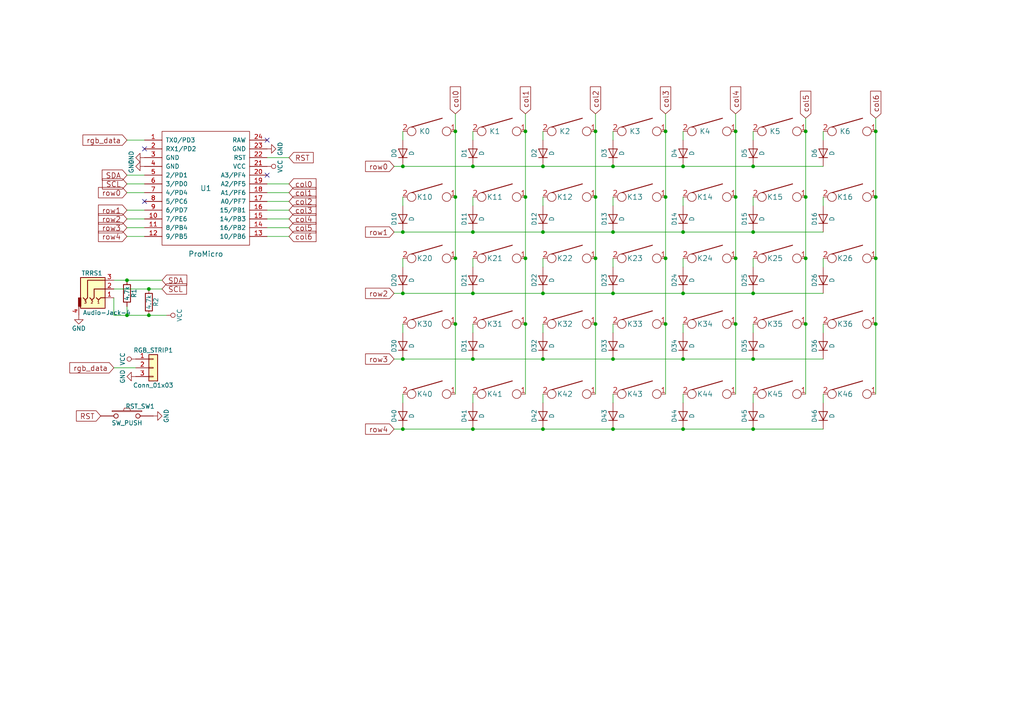
<source format=kicad_sch>
(kicad_sch (version 20230121) (generator eeschema)
  (paper "A4")
  (title_block (title "Redox keyboard") (date "2018-05-05") (rev "1.0") (comment 1 "designed by Mattia Dal Ben") (comment 2 "https://github.com/mattdibi/redox-keyboard"))
  (lib_symbols
    (symbol "redox_rev1-rescue:Audio-Jack-4" (pin_names (offset 1.016))
      (property "Reference" "J" (at -1.27 2.032 0))
      (property "Value" "Audio-Jack-4" (at 3.048 -9.398 0))
      (symbol "Audio-Jack-4_0_0"
        (rectangle (start -4.572 -8.128) (end 2.54 0.762) (stroke (width 0.254)) (fill (type background)))
        (text "1" (at 0.635 -6.35 0) (effects (font (size 0.762 0.762))))
        (text "2" (at -1.27 -6.35 0) (effects (font (size 0.762 0.762))))
        (text "3" (at -3.175 -6.35 0) (effects (font (size 0.762 0.762))))
      )
      (symbol "Audio-Jack-4_0_1"
        (rectangle (start -4.445 -7.62) (end -5.207 -5.08) (fill (type outline)))
        (polyline (pts (xy 0 -5.08) (xy 0.635 -5.715) (xy 1.27 -5.08) (xy 2.54 -5.08)) (stroke (width 0.254)))
        (polyline (pts (xy -1.905 -5.08) (xy -1.27 -5.715) (xy -0.635 -5.08) (xy -0.635 -2.54) (xy 2.54 -2.54)) (stroke (width 0.254)))
        (polyline (pts (xy 2.54 0) (xy -2.54 0) (xy -2.54 -5.08) (xy -3.175 -5.715) (xy -3.81 -5.08)) (stroke (width 0.254)))
      )
      (symbol "Audio-Jack-4_1_1"
        (pin passive line (at 5.08 -5.08 180) (length 2.54) (name "~") (number "1"))
        (pin passive line (at 5.08 -2.54 180) (length 2.54) (name "~") (number "2"))
        (pin passive line (at 5.08 0 180) (length 2.54) (name "~") (number "3"))
        (pin passive line (at -5.08 -10.16 90) (length 2.54) (name "~") (number "4"))
      )
    )
    (symbol "redox_rev1-rescue:Conn_01x03" (pin_names (offset 1.016) hide)
      (property "Reference" "J" (at 0 5.08 0))
      (property "Value" "Conn_01x03" (at 0 -5.08 0))
      (symbol "Conn_01x03_1_1"
        (rectangle (start -1.27 -2.413) (end 0 -2.667) (stroke (width 0.1524)))
        (rectangle (start -1.27 0.127) (end 0 -0.127) (stroke (width 0.1524)))
        (rectangle (start -1.27 2.667) (end 0 2.413) (stroke (width 0.1524)))
        (rectangle (start -1.27 3.81) (end 1.27 -3.81) (stroke (width 0.254)) (fill (type background)))
        (pin passive line (at -5.08 2.54 0) (length 3.81) (name "Pin_1") (number "1"))
        (pin passive line (at -5.08 0 0) (length 3.81) (name "Pin_2") (number "2"))
        (pin passive line (at -5.08 -2.54 0) (length 3.81) (name "Pin_3") (number "3"))
      )
    )
    (symbol "redox_rev1-rescue:D" (pin_numbers hide) (pin_names (offset 1.016) hide)
      (property "Reference" "D" (at 0 2.54 0))
      (property "Value" "D" (at 0 -2.54 0))
      (symbol "D_0_1"
        (polyline (pts (xy -1.27 1.27) (xy -1.27 -1.27)) (stroke (width 0.2032)))
        (polyline (pts (xy 1.27 0) (xy -1.27 0)))
        (polyline (pts (xy 1.27 1.27) (xy 1.27 -1.27) (xy -1.27 0) (xy 1.27 1.27)) (stroke (width 0.2032)))
      )
      (symbol "D_1_1"
        (pin passive line (at -3.81 0 0) (length 2.54) (name "K") (number "1"))
        (pin passive line (at 3.81 0 180) (length 2.54) (name "A") (number "2"))
      )
    )
    (symbol "redox_rev1-rescue:GND" (power) (pin_names (offset 0))
      (property "Value" "GND" (at 0 -3.81 0))
      (symbol "GND_0_1"
        (polyline (pts (xy 0 0) (xy 0 -1.27) (xy 1.27 -1.27) (xy 0 -2.54) (xy -1.27 -1.27) (xy 0 -1.27)))
      )
      (symbol "GND_1_1"
        (pin power_in line (at 0 0 270) (length 0) hide (name "GND") (number "1"))
      )
    )
    (symbol "redox_rev1-rescue:KEYSW" (pin_names (offset 1.016))
      (property "Reference" "K?" (at -1.27 0 0))
      (symbol "KEYSW_0_1"
        (circle (center -5.08 0) (radius 1.27))
        (polyline (pts (xy -5.08 1.27) (xy 3.81 3.81)) (stroke (width 0.254)))
        (circle (center 5.08 0) (radius 1.27))
      )
      (symbol "KEYSW_1_1"
        (pin passive line (at 7.62 0 180) (length 1.27) (name "~") (number "1"))
        (pin passive line (at -7.62 0 0) (length 1.27) (name "~") (number "2"))
      )
    )
    (symbol "redox_rev1-rescue:ProMicro" (pin_names (offset 1.016))
      (property "Reference" "U" (at 0 0 0))
      (property "Value" "ProMicro" (at 0 -19.05 0))
      (symbol "ProMicro_0_1"
        (rectangle (start -12.7 -16.51) (end 12.7 16.51))
      )
      (symbol "ProMicro_1_1"
        (pin input line (at -17.78 13.97 0) (length 5.08) (name "TX0/PD3") (number "1"))
        (pin input line (at -17.78 -8.89 0) (length 5.08) (name "7/PE6") (number "10"))
        (pin input line (at -17.78 -11.43 0) (length 5.08) (name "8/PB4") (number "11"))
        (pin input line (at -17.78 -13.97 0) (length 5.08) (name "9/PB5") (number "12"))
        (pin input line (at 17.78 -13.97 180) (length 5.08) (name "10/PB6") (number "13"))
        (pin input line (at 17.78 -11.43 180) (length 5.08) (name "16/PB2") (number "14"))
        (pin input line (at 17.78 -8.89 180) (length 5.08) (name "14/PB3") (number "15"))
        (pin input line (at 17.78 -6.35 180) (length 5.08) (name "15/PB1") (number "16"))
        (pin input line (at 17.78 -3.81 180) (length 5.08) (name "A0/PF7") (number "17"))
        (pin input line (at 17.78 -1.27 180) (length 5.08) (name "A1/PF6") (number "18"))
        (pin input line (at 17.78 1.27 180) (length 5.08) (name "A2/PF5") (number "19"))
        (pin input line (at -17.78 11.43 0) (length 5.08) (name "RX1/PD2") (number "2"))
        (pin input line (at 17.78 3.81 180) (length 5.08) (name "A3/PF4") (number "20"))
        (pin input line (at 17.78 6.35 180) (length 5.08) (name "VCC") (number "21"))
        (pin input line (at 17.78 8.89 180) (length 5.08) (name "RST") (number "22"))
        (pin input line (at 17.78 11.43 180) (length 5.08) (name "GND") (number "23"))
        (pin input line (at 17.78 13.97 180) (length 5.08) (name "RAW") (number "24"))
        (pin input line (at -17.78 8.89 0) (length 5.08) (name "GND") (number "3"))
        (pin input line (at -17.78 6.35 0) (length 5.08) (name "GND") (number "4"))
        (pin input line (at -17.78 3.81 0) (length 5.08) (name "2/PD1") (number "5"))
        (pin input line (at -17.78 1.27 0) (length 5.08) (name "3/PD0") (number "6"))
        (pin input line (at -17.78 -1.27 0) (length 5.08) (name "4/PD4") (number "7"))
        (pin input line (at -17.78 -3.81 0) (length 5.08) (name "5/PC6") (number "8"))
        (pin input line (at -17.78 -6.35 0) (length 5.08) (name "6/PD7") (number "9"))
      )
    )
    (symbol "redox_rev1-rescue:R" (pin_numbers hide) (pin_names (offset 0))
      (property "Reference" "R" (at 2.032 0 90))
      (property "Value" "R" (at 0 0 90))
      (symbol "R_0_1"
        (rectangle (start -1.016 -2.54) (end 1.016 2.54) (stroke (width 0.254)))
      )
      (symbol "R_1_1"
        (pin passive line (at 0 3.81 270) (length 1.27) (name "~") (number "1"))
        (pin passive line (at 0 -3.81 90) (length 1.27) (name "~") (number "2"))
      )
    )
    (symbol "redox_rev1-rescue:SW_PUSH" (pin_numbers hide) (pin_names (offset 1.016) hide)
      (property "Reference" "SW" (at 3.81 2.794 0))
      (property "Value" "SW_PUSH" (at 0 -2.032 0))
      (symbol "SW_PUSH_0_1"
        (rectangle (start -4.318 1.27) (end 4.318 1.524))
        (polyline (pts (xy -1.016 1.524) (xy -0.762 2.286) (xy 0.762 2.286) (xy 1.016 1.524)))
        (pin passive inverted (at -7.62 0 0) (length 5.08) (name "1") (number "1"))
        (pin passive inverted (at 7.62 0 180) (length 5.08) (name "2") (number "2"))
      )
    )
    (symbol "redox_rev1-rescue:VCC" (power) (pin_names (offset 0))
      (property "Value" "VCC" (at 0 3.81 0))
      (symbol "VCC_0_1"
        (polyline (pts (xy 0 0) (xy 0 1.27)))
        (circle (center 0 1.905) (radius 0.635))
      )
      (symbol "VCC_1_1"
        (pin power_in line (at 0 0 90) (length 0) hide (name "VCC") (number "1"))
      )
    )
  )
  (junction (at 198.12 67.31))
  (junction (at 157.48 48.26))
  (junction (at 218.44 104.14))
  (junction (at 43.18 91.44))
  (junction (at 43.18 83.82))
  (junction (at 152.4 38.1))
  (junction (at 177.8 85.09))
  (junction (at 218.44 124.46))
  (junction (at 116.84 85.09))
  (junction (at 254 93.98))
  (junction (at 172.72 57.15))
  (junction (at 198.12 85.09))
  (junction (at 116.84 124.46))
  (junction (at 157.48 104.14))
  (junction (at 213.36 57.15))
  (junction (at 36.83 81.28))
  (junction (at 233.68 93.98))
  (junction (at 132.08 38.1))
  (junction (at 132.08 93.98))
  (junction (at 137.16 124.46))
  (junction (at 157.48 124.46))
  (junction (at 157.48 85.09))
  (junction (at 177.8 67.31))
  (junction (at 218.44 67.31))
  (junction (at 193.04 57.15))
  (junction (at 132.08 57.15))
  (junction (at 152.4 93.98))
  (junction (at 213.36 93.98))
  (junction (at 137.16 104.14))
  (junction (at 36.83 91.44))
  (junction (at 198.12 48.26))
  (junction (at 233.68 74.93))
  (junction (at 172.72 74.93))
  (junction (at 193.04 38.1))
  (junction (at 213.36 74.93))
  (junction (at 198.12 124.46))
  (junction (at 132.08 74.93))
  (junction (at 233.68 38.1))
  (junction (at 213.36 38.1))
  (junction (at 116.84 67.31))
  (junction (at 137.16 48.26))
  (junction (at 198.12 104.14))
  (junction (at 177.8 48.26))
  (junction (at 193.04 93.98))
  (junction (at 172.72 38.1))
  (junction (at 137.16 67.31))
  (junction (at 177.8 104.14))
  (junction (at 254 74.93))
  (junction (at 152.4 74.93))
  (junction (at 193.04 74.93))
  (junction (at 116.84 104.14))
  (junction (at 233.68 57.15))
  (junction (at 177.8 124.46))
  (junction (at 218.44 48.26))
  (junction (at 172.72 93.98))
  (junction (at 116.84 48.26))
  (junction (at 152.4 57.15))
  (junction (at 218.44 85.09))
  (junction (at 157.48 67.31))
  (junction (at 254 38.1))
  (junction (at 137.16 85.09))
  (junction (at 254 57.15))
  (no_connect (at 41.91 58.42))
  (no_connect (at 77.47 50.8))
  (no_connect (at 77.47 40.64))
  (no_connect (at 41.91 43.18))
  (wire (pts (xy 152.4 57.15) (xy 152.4 74.93)))
  (wire (pts (xy 77.47 53.34) (xy 83.82 53.34)))
  (wire (pts (xy 218.44 124.46) (xy 238.76 124.46)))
  (wire (pts (xy 218.44 67.31) (xy 238.76 67.31)))
  (wire (pts (xy 77.47 58.42) (xy 83.82 58.42)))
  (wire (pts (xy 172.72 38.1) (xy 172.72 57.15)))
  (wire (pts (xy 116.84 93.98) (xy 116.84 96.52)))
  (wire (pts (xy 218.44 38.1) (xy 218.44 40.64)))
  (wire (pts (xy 77.47 60.96) (xy 83.82 60.96)))
  (wire (pts (xy 254 93.98) (xy 254 114.3)))
  (wire (pts (xy 157.48 38.1) (xy 157.48 40.64)))
  (wire (pts (xy 218.44 104.14) (xy 238.76 104.14)))
  (wire (pts (xy 213.36 74.93) (xy 213.36 93.98)))
  (wire (pts (xy 193.04 93.98) (xy 193.04 114.3)))
  (wire (pts (xy 36.83 55.88) (xy 41.91 55.88)))
  (wire (pts (xy 116.84 114.3) (xy 116.84 116.84)))
  (wire (pts (xy 238.76 57.15) (xy 238.76 59.69)))
  (wire (pts (xy 132.08 57.15) (xy 132.08 74.93)))
  (wire (pts (xy 198.12 114.3) (xy 198.12 116.84)))
  (wire (pts (xy 36.83 88.9) (xy 36.83 91.44)))
  (wire (pts (xy 254 74.93) (xy 254 93.98)))
  (wire (pts (xy 198.12 124.46) (xy 218.44 124.46)))
  (wire (pts (xy 177.8 93.98) (xy 177.8 96.52)))
  (wire (pts (xy 43.18 91.44) (xy 48.26 91.44)))
  (wire (pts (xy 233.68 34.29) (xy 233.68 38.1)))
  (wire (pts (xy 157.48 93.98) (xy 157.48 96.52)))
  (wire (pts (xy 172.72 74.93) (xy 172.72 93.98)))
  (wire (pts (xy 238.76 38.1) (xy 238.76 40.64)))
  (wire (pts (xy 213.36 38.1) (xy 213.36 57.15)))
  (wire (pts (xy 213.36 33.02) (xy 213.36 38.1)))
  (wire (pts (xy 137.16 104.14) (xy 157.48 104.14)))
  (wire (pts (xy 116.84 67.31) (xy 137.16 67.31)))
  (wire (pts (xy 33.02 83.82) (xy 43.18 83.82)))
  (wire (pts (xy 137.16 57.15) (xy 137.16 59.69)))
  (wire (pts (xy 43.18 83.82) (xy 46.99 83.82)))
  (wire (pts (xy 152.4 93.98) (xy 152.4 114.3)))
  (wire (pts (xy 33.02 106.68) (xy 39.37 106.68)))
  (wire (pts (xy 193.04 33.02) (xy 193.04 38.1)))
  (wire (pts (xy 132.08 74.93) (xy 132.08 93.98)))
  (wire (pts (xy 172.72 33.02) (xy 172.72 38.1)))
  (wire (pts (xy 137.16 124.46) (xy 157.48 124.46)))
  (wire (pts (xy 137.16 93.98) (xy 137.16 96.52)))
  (wire (pts (xy 77.47 66.04) (xy 83.82 66.04)))
  (wire (pts (xy 254 38.1) (xy 254 57.15)))
  (wire (pts (xy 77.47 45.72) (xy 83.82 45.72)))
  (wire (pts (xy 36.83 60.96) (xy 41.91 60.96)))
  (wire (pts (xy 172.72 57.15) (xy 172.72 74.93)))
  (wire (pts (xy 36.83 66.04) (xy 41.91 66.04)))
  (wire (pts (xy 77.47 68.58) (xy 83.82 68.58)))
  (wire (pts (xy 116.84 48.26) (xy 137.16 48.26)))
  (wire (pts (xy 157.48 74.93) (xy 157.48 77.47)))
  (wire (pts (xy 218.44 48.26) (xy 238.76 48.26)))
  (wire (pts (xy 218.44 57.15) (xy 218.44 59.69)))
  (wire (pts (xy 116.84 57.15) (xy 116.84 59.69)))
  (wire (pts (xy 33.02 86.36) (xy 33.02 91.44)))
  (wire (pts (xy 177.8 67.31) (xy 198.12 67.31)))
  (wire (pts (xy 172.72 93.98) (xy 172.72 114.3)))
  (wire (pts (xy 157.48 48.26) (xy 177.8 48.26)))
  (wire (pts (xy 157.48 124.46) (xy 177.8 124.46)))
  (wire (pts (xy 137.16 38.1) (xy 137.16 40.64)))
  (wire (pts (xy 177.8 57.15) (xy 177.8 59.69)))
  (wire (pts (xy 198.12 67.31) (xy 218.44 67.31)))
  (wire (pts (xy 177.8 104.14) (xy 198.12 104.14)))
  (wire (pts (xy 116.84 104.14) (xy 137.16 104.14)))
  (wire (pts (xy 116.84 74.93) (xy 116.84 77.47)))
  (wire (pts (xy 152.4 38.1) (xy 152.4 57.15)))
  (wire (pts (xy 198.12 93.98) (xy 198.12 96.52)))
  (wire (pts (xy 177.8 74.93) (xy 177.8 77.47)))
  (wire (pts (xy 157.48 67.31) (xy 177.8 67.31)))
  (wire (pts (xy 193.04 74.93) (xy 193.04 93.98)))
  (wire (pts (xy 218.44 74.93) (xy 218.44 77.47)))
  (wire (pts (xy 36.83 68.58) (xy 41.91 68.58)))
  (wire (pts (xy 233.68 74.93) (xy 233.68 93.98)))
  (wire (pts (xy 36.83 53.34) (xy 41.91 53.34)))
  (wire (pts (xy 233.68 38.1) (xy 233.68 57.15)))
  (wire (pts (xy 198.12 48.26) (xy 218.44 48.26)))
  (wire (pts (xy 157.48 85.09) (xy 177.8 85.09)))
  (wire (pts (xy 238.76 93.98) (xy 238.76 96.52)))
  (wire (pts (xy 233.68 93.98) (xy 233.68 114.3)))
  (wire (pts (xy 116.84 85.09) (xy 137.16 85.09)))
  (wire (pts (xy 77.47 55.88) (xy 83.82 55.88)))
  (wire (pts (xy 36.83 63.5) (xy 41.91 63.5)))
  (wire (pts (xy 152.4 33.02) (xy 152.4 38.1)))
  (wire (pts (xy 36.83 40.64) (xy 41.91 40.64)))
  (wire (pts (xy 137.16 114.3) (xy 137.16 116.84)))
  (wire (pts (xy 238.76 74.93) (xy 238.76 77.47)))
  (wire (pts (xy 33.02 91.44) (xy 36.83 91.44)))
  (wire (pts (xy 198.12 38.1) (xy 198.12 40.64)))
  (wire (pts (xy 116.84 38.1) (xy 116.84 40.64)))
  (wire (pts (xy 137.16 85.09) (xy 157.48 85.09)))
  (wire (pts (xy 116.84 124.46) (xy 137.16 124.46)))
  (wire (pts (xy 198.12 104.14) (xy 218.44 104.14)))
  (wire (pts (xy 198.12 74.93) (xy 198.12 77.47)))
  (wire (pts (xy 152.4 74.93) (xy 152.4 93.98)))
  (wire (pts (xy 137.16 67.31) (xy 157.48 67.31)))
  (wire (pts (xy 218.44 93.98) (xy 218.44 96.52)))
  (wire (pts (xy 254 34.29) (xy 254 38.1)))
  (wire (pts (xy 157.48 57.15) (xy 157.48 59.69)))
  (wire (pts (xy 254 57.15) (xy 254 74.93)))
  (wire (pts (xy 157.48 114.3) (xy 157.48 116.84)))
  (wire (pts (xy 132.08 33.02) (xy 132.08 38.1)))
  (wire (pts (xy 233.68 57.15) (xy 233.68 74.93)))
  (wire (pts (xy 177.8 48.26) (xy 198.12 48.26)))
  (wire (pts (xy 213.36 93.98) (xy 213.36 114.3)))
  (wire (pts (xy 177.8 38.1) (xy 177.8 40.64)))
  (wire (pts (xy 132.08 38.1) (xy 132.08 57.15)))
  (wire (pts (xy 132.08 93.98) (xy 132.08 114.3)))
  (wire (pts (xy 193.04 38.1) (xy 193.04 57.15)))
  (wire (pts (xy 177.8 114.3) (xy 177.8 116.84)))
  (wire (pts (xy 218.44 114.3) (xy 218.44 116.84)))
  (wire (pts (xy 77.47 63.5) (xy 83.82 63.5)))
  (wire (pts (xy 157.48 104.14) (xy 177.8 104.14)))
  (wire (pts (xy 36.83 50.8) (xy 41.91 50.8)))
  (wire (pts (xy 137.16 48.26) (xy 157.48 48.26)))
  (wire (pts (xy 177.8 85.09) (xy 198.12 85.09)))
  (wire (pts (xy 218.44 85.09) (xy 238.76 85.09)))
  (wire (pts (xy 213.36 57.15) (xy 213.36 74.93)))
  (wire (pts (xy 114.3 85.09) (xy 116.84 85.09)))
  (wire (pts (xy 114.3 48.26) (xy 116.84 48.26)))
  (wire (pts (xy 33.02 81.28) (xy 36.83 81.28)))
  (wire (pts (xy 114.3 124.46) (xy 116.84 124.46)))
  (wire (pts (xy 238.76 114.3) (xy 238.76 116.84)))
  (wire (pts (xy 177.8 124.46) (xy 198.12 124.46)))
  (wire (pts (xy 193.04 57.15) (xy 193.04 74.93)))
  (wire (pts (xy 137.16 74.93) (xy 137.16 77.47)))
  (wire (pts (xy 36.83 81.28) (xy 46.99 81.28)))
  (wire (pts (xy 36.83 91.44) (xy 43.18 91.44)))
  (wire (pts (xy 198.12 85.09) (xy 218.44 85.09)))
  (wire (pts (xy 198.12 57.15) (xy 198.12 59.69)))
  (wire (pts (xy 114.3 104.14) (xy 116.84 104.14)))
  (wire (pts (xy 114.3 67.31) (xy 116.84 67.31)))
  (global_label "col2" (shape input) (at 172.72 33.02 90) (effects (font (size 1.524 1.524))) (property "Intersheetrefs" "${INTERSHEET_REFS}" (effects hide)))
  (global_label "row4" (shape input) (at 36.83 68.58 180) (effects (font (size 1.524 1.524))) (property "Intersheetrefs" "${INTERSHEET_REFS}" (effects hide)))
  (global_label "row1" (shape input) (at 114.3 67.31 180) (effects (font (size 1.524 1.524))) (property "Intersheetrefs" "${INTERSHEET_REFS}" (effects hide)))
  (global_label "row4" (shape input) (at 114.3 124.46 180) (effects (font (size 1.524 1.524))) (property "Intersheetrefs" "${INTERSHEET_REFS}" (effects hide)))
  (global_label "col0" (shape input) (at 132.08 33.02 90) (effects (font (size 1.524 1.524))) (property "Intersheetrefs" "${INTERSHEET_REFS}" (effects hide)))
  (global_label "SCL" (shape input) (at 46.99 83.82 0) (effects (font (size 1.524 1.524))) (property "Intersheetrefs" "${INTERSHEET_REFS}" (effects hide)))
  (global_label "col5" (shape input) (at 83.82 66.04 0) (effects (font (size 1.524 1.524))) (property "Intersheetrefs" "${INTERSHEET_REFS}" (effects hide)))
  (global_label "row3" (shape input) (at 114.3 104.14 180) (effects (font (size 1.524 1.524))) (property "Intersheetrefs" "${INTERSHEET_REFS}" (effects hide)))
  (global_label "row2" (shape input) (at 36.83 63.5 180) (effects (font (size 1.524 1.524))) (property "Intersheetrefs" "${INTERSHEET_REFS}" (effects hide)))
  (global_label "RST" (shape input) (at 29.21 120.65 180) (effects (font (size 1.524 1.524))) (property "Intersheetrefs" "${INTERSHEET_REFS}" (effects hide)))
  (global_label "col1" (shape input) (at 152.4 33.02 90) (effects (font (size 1.524 1.524))) (property "Intersheetrefs" "${INTERSHEET_REFS}" (effects hide)))
  (global_label "col3" (shape input) (at 83.82 60.96 0) (effects (font (size 1.524 1.524))) (property "Intersheetrefs" "${INTERSHEET_REFS}" (effects hide)))
  (global_label "rgb_data" (shape input) (at 36.83 40.64 180) (effects (font (size 1.524 1.524))) (property "Intersheetrefs" "${INTERSHEET_REFS}" (effects hide)))
  (global_label "SCL" (shape input) (at 36.83 53.34 180) (effects (font (size 1.524 1.524))) (property "Intersheetrefs" "${INTERSHEET_REFS}" (effects hide)))
  (global_label "row1" (shape input) (at 36.83 60.96 180) (effects (font (size 1.524 1.524))) (property "Intersheetrefs" "${INTERSHEET_REFS}" (effects hide)))
  (global_label "col5" (shape input) (at 233.68 34.29 90) (effects (font (size 1.524 1.524))) (property "Intersheetrefs" "${INTERSHEET_REFS}" (effects hide)))
  (global_label "SDA" (shape input) (at 36.83 50.8 180) (effects (font (size 1.524 1.524))) (property "Intersheetrefs" "${INTERSHEET_REFS}" (effects hide)))
  (global_label "col6" (shape input) (at 83.82 68.58 0) (effects (font (size 1.524 1.524))) (property "Intersheetrefs" "${INTERSHEET_REFS}" (effects hide)))
  (global_label "rgb_data" (shape input) (at 33.02 106.68 180) (effects (font (size 1.524 1.524))) (property "Intersheetrefs" "${INTERSHEET_REFS}" (effects hide)))
  (global_label "col4" (shape input) (at 83.82 63.5 0) (effects (font (size 1.524 1.524))) (property "Intersheetrefs" "${INTERSHEET_REFS}" (effects hide)))
  (global_label "row0" (shape input) (at 36.83 55.88 180) (effects (font (size 1.524 1.524))) (property "Intersheetrefs" "${INTERSHEET_REFS}" (effects hide)))
  (global_label "col1" (shape input) (at 83.82 55.88 0) (effects (font (size 1.524 1.524))) (property "Intersheetrefs" "${INTERSHEET_REFS}" (effects hide)))
  (global_label "col3" (shape input) (at 193.04 33.02 90) (effects (font (size 1.524 1.524))) (property "Intersheetrefs" "${INTERSHEET_REFS}" (effects hide)))
  (global_label "row3" (shape input) (at 36.83 66.04 180) (effects (font (size 1.524 1.524))) (property "Intersheetrefs" "${INTERSHEET_REFS}" (effects hide)))
  (global_label "col6" (shape input) (at 254 34.29 90) (effects (font (size 1.524 1.524))) (property "Intersheetrefs" "${INTERSHEET_REFS}" (effects hide)))
  (global_label "row0" (shape input) (at 114.3 48.26 180) (effects (font (size 1.524 1.524))) (property "Intersheetrefs" "${INTERSHEET_REFS}" (effects hide)))
  (global_label "col2" (shape input) (at 83.82 58.42 0) (effects (font (size 1.524 1.524))) (property "Intersheetrefs" "${INTERSHEET_REFS}" (effects hide)))
  (global_label "row2" (shape input) (at 114.3 85.09 180) (effects (font (size 1.524 1.524))) (property "Intersheetrefs" "${INTERSHEET_REFS}" (effects hide)))
  (global_label "RST" (shape input) (at 83.82 45.72 0) (effects (font (size 1.524 1.524))) (property "Intersheetrefs" "${INTERSHEET_REFS}" (effects hide)))
  (global_label "col0" (shape input) (at 83.82 53.34 0) (effects (font (size 1.524 1.524))) (property "Intersheetrefs" "${INTERSHEET_REFS}" (effects hide)))
  (global_label "col4" (shape input) (at 213.36 33.02 90) (effects (font (size 1.524 1.524))) (property "Intersheetrefs" "${INTERSHEET_REFS}" (effects hide)))
  (global_label "SDA" (shape input) (at 46.99 81.28 0) (effects (font (size 1.524 1.524))) (property "Intersheetrefs" "${INTERSHEET_REFS}" (effects hide)))
  (symbol (lib_id "redox_rev1-rescue:ProMicro") (at 59.69 54.61 0) (unit 1)
    (property "Reference" "U1" (at 59.69 54.61 0) (effects (font (size 1.524 1.524))))
    (property "Value" "ProMicro" (at 59.69 73.66 0) (effects (font (size 1.524 1.524))))
    (property "Footprint" "Keebio-Parts:ArduinoProMicro" (effects hide))
  )
  (symbol (lib_id "redox_rev1-rescue:Audio-Jack-4") (at 27.94 81.28 0) (unit 1)
    (property "Reference" "TRRS1" (at 26.67 79.248 0))
    (property "Value" "Audio-Jack-4" (at 30.988 90.678 0))
    (property "Footprint" "Keebio-Parts:TRRS-PJ-320A-dual" (effects hide))
  )
  (symbol (lib_id "redox_rev1-rescue:Conn_01x03") (at 44.45 106.68 0) (unit 1)
    (property "Reference" "RGB_STRIP1" (at 44.45 101.6 0))
    (property "Value" "Conn_01x03" (at 44.45 111.76 0))
    (property "Footprint" "Pin_Headers:Pin_Header_Straight_1x03_Pitch2.54mm" (effects hide))
  )
  (symbol (lib_id "redox_rev1-rescue:SW_PUSH") (at 36.83 120.65 0) (unit 1)
    (property "Reference" "RST_SW1" (at 40.64 117.856 0))
    (property "Value" "SW_PUSH" (at 36.83 122.682 0))
    (property "Footprint" "Buttons_Switches_ThroughHole:SW_PUSH_6mm_h4.3mm" (effects hide))
  )
  (symbol (lib_id "redox_rev1-rescue:GND") (at 77.47 43.18 90) (unit 1)
    (property "Reference" "#PWR01" (effects hide))
    (property "Value" "GND" (at 81.28 43.18 0))
  )
  (symbol (lib_id "redox_rev1-rescue:VCC") (at 77.47 48.26 270) (unit 1)
    (property "Reference" "#PWR02" (effects hide))
    (property "Value" "VCC" (at 81.28 48.26 0))
  )
  (symbol (lib_id "redox_rev1-rescue:KEYSW") (at 124.46 38.1 0) (unit 1)
    (property "Reference" "K0" (at 123.19 38.1 0) (effects (font (size 1.524 1.524))))
    (property "Value" "KEYSW" (effects hide))
    (property "Footprint" "Keebio-Parts:Hybrid_PCB_100H_Dual_hole-nosilk" (effects hide))
  )
  (symbol (lib_id "redox_rev1-rescue:D") (at 116.84 44.45 90) (unit 1)
    (property "Reference" "D0" (at 114.3 44.45 0))
    (property "Value" "D" (at 119.38 44.45 0))
    (property "Footprint" "Keebio-Parts:Diode-dual" (effects hide))
  )
  (symbol (lib_id "redox_rev1-rescue:GND") (at 22.86 91.44 0) (unit 1)
    (property "Reference" "#PWR03" (effects hide))
    (property "Value" "GND" (at 22.86 95.25 0))
  )
  (symbol (lib_id "redox_rev1-rescue:GND") (at 39.37 109.22 270) (unit 1)
    (property "Reference" "#PWR04" (effects hide))
    (property "Value" "GND" (at 35.56 109.22 0))
  )
  (symbol (lib_id "redox_rev1-rescue:VCC") (at 39.37 104.14 90) (unit 1)
    (property "Reference" "#PWR05" (effects hide))
    (property "Value" "VCC" (at 35.56 104.14 0))
  )
  (symbol (lib_id "redox_rev1-rescue:GND") (at 44.45 120.65 90) (unit 1)
    (property "Reference" "#PWR06" (effects hide))
    (property "Value" "GND" (at 48.26 120.65 0))
  )
  (symbol (lib_id "redox_rev1-rescue:KEYSW") (at 144.78 38.1 0) (unit 1)
    (property "Reference" "K1" (at 143.51 38.1 0) (effects (font (size 1.524 1.524))))
    (property "Value" "KEYSW" (effects hide))
    (property "Footprint" "Keebio-Parts:Hybrid_PCB_100H_Dual_hole-nosilk" (effects hide))
  )
  (symbol (lib_id "redox_rev1-rescue:D") (at 137.16 44.45 90) (unit 1)
    (property "Reference" "D1" (at 134.62 44.45 0))
    (property "Value" "D" (at 139.7 44.45 0))
    (property "Footprint" "Keebio-Parts:Diode-dual" (effects hide))
  )
  (symbol (lib_id "redox_rev1-rescue:GND") (at 41.91 45.72 270) (unit 1)
    (property "Reference" "#PWR07" (effects hide))
    (property "Value" "GND" (at 38.1 45.72 0))
  )
  (symbol (lib_id "redox_rev1-rescue:GND") (at 41.91 48.26 270) (unit 1)
    (property "Reference" "#PWR08" (effects hide))
    (property "Value" "GND" (at 38.1 48.26 0))
  )
  (symbol (lib_id "redox_rev1-rescue:KEYSW") (at 165.1 38.1 0) (unit 1)
    (property "Reference" "K2" (at 163.83 38.1 0) (effects (font (size 1.524 1.524))))
    (property "Value" "KEYSW" (effects hide))
    (property "Footprint" "Keebio-Parts:Hybrid_PCB_100H_Dual_hole-nosilk" (effects hide))
  )
  (symbol (lib_id "redox_rev1-rescue:D") (at 157.48 44.45 90) (unit 1)
    (property "Reference" "D2" (at 154.94 44.45 0))
    (property "Value" "D" (at 160.02 44.45 0))
    (property "Footprint" "Keebio-Parts:Diode-dual" (effects hide))
  )
  (symbol (lib_id "redox_rev1-rescue:KEYSW") (at 185.42 38.1 0) (unit 1)
    (property "Reference" "K3" (at 184.15 38.1 0) (effects (font (size 1.524 1.524))))
    (property "Value" "KEYSW" (effects hide))
    (property "Footprint" "Keebio-Parts:Hybrid_PCB_100H_Dual_hole-nosilk" (effects hide))
  )
  (symbol (lib_id "redox_rev1-rescue:D") (at 177.8 44.45 90) (unit 1)
    (property "Reference" "D3" (at 175.26 44.45 0))
    (property "Value" "D" (at 180.34 44.45 0))
    (property "Footprint" "Keebio-Parts:Diode-dual" (effects hide))
  )
  (symbol (lib_id "redox_rev1-rescue:KEYSW") (at 205.74 38.1 0) (unit 1)
    (property "Reference" "K4" (at 204.47 38.1 0) (effects (font (size 1.524 1.524))))
    (property "Value" "KEYSW" (effects hide))
    (property "Footprint" "Keebio-Parts:Hybrid_PCB_100H_Dual_hole-nosilk" (effects hide))
  )
  (symbol (lib_id "redox_rev1-rescue:D") (at 198.12 44.45 90) (unit 1)
    (property "Reference" "D4" (at 195.58 44.45 0))
    (property "Value" "D" (at 200.66 44.45 0))
    (property "Footprint" "Keebio-Parts:Diode-dual" (effects hide))
  )
  (symbol (lib_id "redox_rev1-rescue:KEYSW") (at 226.06 38.1 0) (unit 1)
    (property "Reference" "K5" (at 224.79 38.1 0) (effects (font (size 1.524 1.524))))
    (property "Value" "KEYSW" (effects hide))
    (property "Footprint" "Keebio-Parts:Hybrid_PCB_100H_Dual_hole-nosilk" (effects hide))
  )
  (symbol (lib_id "redox_rev1-rescue:D") (at 218.44 44.45 90) (unit 1)
    (property "Reference" "D5" (at 215.9 44.45 0))
    (property "Value" "D" (at 220.98 44.45 0))
    (property "Footprint" "Keebio-Parts:Diode-dual" (effects hide))
  )
  (symbol (lib_id "redox_rev1-rescue:KEYSW") (at 246.38 38.1 0) (unit 1)
    (property "Reference" "K6" (at 245.11 38.1 0) (effects (font (size 1.524 1.524))))
    (property "Value" "KEYSW" (effects hide))
    (property "Footprint" "Keebio-Parts:Hybrid_PCB_100H_Dual_hole-nosilk" (effects hide))
  )
  (symbol (lib_id "redox_rev1-rescue:D") (at 238.76 44.45 90) (unit 1)
    (property "Reference" "D6" (at 236.22 44.45 0))
    (property "Value" "D" (at 241.3 44.45 0))
    (property "Footprint" "Keebio-Parts:Diode-dual" (effects hide))
  )
  (symbol (lib_id "redox_rev1-rescue:KEYSW") (at 124.46 57.15 0) (unit 1)
    (property "Reference" "K10" (at 123.19 57.15 0) (effects (font (size 1.524 1.524))))
    (property "Value" "KEYSW" (effects hide))
    (property "Footprint" "Keebio-Parts:Hybrid_PCB_100H_Dual_hole-nosilk" (effects hide))
  )
  (symbol (lib_id "redox_rev1-rescue:D") (at 116.84 63.5 90) (unit 1)
    (property "Reference" "D10" (at 114.3 63.5 0))
    (property "Value" "D" (at 119.38 63.5 0))
    (property "Footprint" "Keebio-Parts:Diode-dual" (effects hide))
  )
  (symbol (lib_id "redox_rev1-rescue:KEYSW") (at 144.78 57.15 0) (unit 1)
    (property "Reference" "K11" (at 143.51 57.15 0) (effects (font (size 1.524 1.524))))
    (property "Value" "KEYSW" (effects hide))
    (property "Footprint" "Keebio-Parts:Hybrid_PCB_100H_Dual_hole-nosilk" (effects hide))
  )
  (symbol (lib_id "redox_rev1-rescue:D") (at 137.16 63.5 90) (unit 1)
    (property "Reference" "D11" (at 134.62 63.5 0))
    (property "Value" "D" (at 139.7 63.5 0))
    (property "Footprint" "Keebio-Parts:Diode-dual" (effects hide))
  )
  (symbol (lib_id "redox_rev1-rescue:KEYSW") (at 165.1 57.15 0) (unit 1)
    (property "Reference" "K12" (at 163.83 57.15 0) (effects (font (size 1.524 1.524))))
    (property "Value" "KEYSW" (effects hide))
    (property "Footprint" "Keebio-Parts:Hybrid_PCB_100H_Dual_hole-nosilk" (effects hide))
  )
  (symbol (lib_id "redox_rev1-rescue:D") (at 157.48 63.5 90) (unit 1)
    (property "Reference" "D12" (at 154.94 63.5 0))
    (property "Value" "D" (at 160.02 63.5 0))
    (property "Footprint" "Keebio-Parts:Diode-dual" (effects hide))
  )
  (symbol (lib_id "redox_rev1-rescue:KEYSW") (at 185.42 57.15 0) (unit 1)
    (property "Reference" "K13" (at 184.15 57.15 0) (effects (font (size 1.524 1.524))))
    (property "Value" "KEYSW" (effects hide))
    (property "Footprint" "Keebio-Parts:Hybrid_PCB_100H_Dual_hole-nosilk" (effects hide))
  )
  (symbol (lib_id "redox_rev1-rescue:D") (at 177.8 63.5 90) (unit 1)
    (property "Reference" "D13" (at 175.26 63.5 0))
    (property "Value" "D" (at 180.34 63.5 0))
    (property "Footprint" "Keebio-Parts:Diode-dual" (effects hide))
  )
  (symbol (lib_id "redox_rev1-rescue:KEYSW") (at 205.74 57.15 0) (unit 1)
    (property "Reference" "K14" (at 204.47 57.15 0) (effects (font (size 1.524 1.524))))
    (property "Value" "KEYSW" (effects hide))
    (property "Footprint" "Keebio-Parts:Hybrid_PCB_100H_Dual_hole-nosilk" (effects hide))
  )
  (symbol (lib_id "redox_rev1-rescue:D") (at 198.12 63.5 90) (unit 1)
    (property "Reference" "D14" (at 195.58 63.5 0))
    (property "Value" "D" (at 200.66 63.5 0))
    (property "Footprint" "Keebio-Parts:Diode-dual" (effects hide))
  )
  (symbol (lib_id "redox_rev1-rescue:KEYSW") (at 226.06 57.15 0) (unit 1)
    (property "Reference" "K15" (at 224.79 57.15 0) (effects (font (size 1.524 1.524))))
    (property "Value" "KEYSW" (effects hide))
    (property "Footprint" "Keebio-Parts:Hybrid_PCB_100H_Dual_hole-nosilk" (effects hide))
  )
  (symbol (lib_id "redox_rev1-rescue:D") (at 218.44 63.5 90) (unit 1)
    (property "Reference" "D15" (at 215.9 63.5 0))
    (property "Value" "D" (at 220.98 63.5 0))
    (property "Footprint" "Keebio-Parts:Diode-dual" (effects hide))
  )
  (symbol (lib_id "redox_rev1-rescue:KEYSW") (at 246.38 57.15 0) (unit 1)
    (property "Reference" "K16" (at 245.11 57.15 0) (effects (font (size 1.524 1.524))))
    (property "Value" "KEYSW" (effects hide))
    (property "Footprint" "Keebio-Parts:Hybrid_PCB_100H_Dual_hole-nosilk" (effects hide))
  )
  (symbol (lib_id "redox_rev1-rescue:D") (at 238.76 63.5 90) (unit 1)
    (property "Reference" "D16" (at 236.22 63.5 0))
    (property "Value" "D" (at 241.3 63.5 0))
    (property "Footprint" "Keebio-Parts:Diode-dual" (effects hide))
  )
  (symbol (lib_id "redox_rev1-rescue:R") (at 36.83 85.09 0) (unit 1)
    (property "Reference" "R1" (at 38.862 85.09 90))
    (property "Value" "4.7k" (at 36.83 85.09 90))
    (property "Footprint" "Keebio-Parts:Resistor-Compact" (effects hide))
  )
  (symbol (lib_id "redox_rev1-rescue:R") (at 43.18 87.63 0) (unit 1)
    (property "Reference" "R2" (at 45.212 87.63 90))
    (property "Value" "4.7k" (at 43.18 87.63 90))
    (property "Footprint" "Keebio-Parts:Resistor-Compact" (effects hide))
  )
  (symbol (lib_id "redox_rev1-rescue:KEYSW") (at 124.46 74.93 0) (unit 1)
    (property "Reference" "K20" (at 123.19 74.93 0) (effects (font (size 1.524 1.524))))
    (property "Value" "KEYSW" (effects hide))
    (property "Footprint" "Keebio-Parts:Hybrid_PCB_100H_Dual_hole-nosilk" (effects hide))
  )
  (symbol (lib_id "redox_rev1-rescue:D") (at 116.84 81.28 90) (unit 1)
    (property "Reference" "D20" (at 114.3 81.28 0))
    (property "Value" "D" (at 119.38 81.28 0))
    (property "Footprint" "Keebio-Parts:Diode-dual" (effects hide))
  )
  (symbol (lib_id "redox_rev1-rescue:KEYSW") (at 144.78 74.93 0) (unit 1)
    (property "Reference" "K21" (at 143.51 74.93 0) (effects (font (size 1.524 1.524))))
    (property "Value" "KEYSW" (effects hide))
    (property "Footprint" "Keebio-Parts:Hybrid_PCB_100H_Dual_hole-nosilk" (effects hide))
  )
  (symbol (lib_id "redox_rev1-rescue:D") (at 137.16 81.28 90) (unit 1)
    (property "Reference" "D21" (at 134.62 81.28 0))
    (property "Value" "D" (at 139.7 81.28 0))
    (property "Footprint" "Keebio-Parts:Diode-dual" (effects hide))
  )
  (symbol (lib_id "redox_rev1-rescue:KEYSW") (at 165.1 74.93 0) (unit 1)
    (property "Reference" "K22" (at 163.83 74.93 0) (effects (font (size 1.524 1.524))))
    (property "Value" "KEYSW" (effects hide))
    (property "Footprint" "Keebio-Parts:Hybrid_PCB_100H_Dual_hole-nosilk" (effects hide))
  )
  (symbol (lib_id "redox_rev1-rescue:D") (at 157.48 81.28 90) (unit 1)
    (property "Reference" "D22" (at 154.94 81.28 0))
    (property "Value" "D" (at 160.02 81.28 0))
    (property "Footprint" "Keebio-Parts:Diode-dual" (effects hide))
  )
  (symbol (lib_id "redox_rev1-rescue:KEYSW") (at 185.42 74.93 0) (unit 1)
    (property "Reference" "K23" (at 184.15 74.93 0) (effects (font (size 1.524 1.524))))
    (property "Value" "KEYSW" (effects hide))
    (property "Footprint" "Keebio-Parts:Hybrid_PCB_100H_Dual_hole-nosilk" (effects hide))
  )
  (symbol (lib_id "redox_rev1-rescue:D") (at 177.8 81.28 90) (unit 1)
    (property "Reference" "D23" (at 175.26 81.28 0))
    (property "Value" "D" (at 180.34 81.28 0))
    (property "Footprint" "Keebio-Parts:Diode-dual" (effects hide))
  )
  (symbol (lib_id "redox_rev1-rescue:KEYSW") (at 205.74 74.93 0) (unit 1)
    (property "Reference" "K24" (at 204.47 74.93 0) (effects (font (size 1.524 1.524))))
    (property "Value" "KEYSW" (effects hide))
    (property "Footprint" "Keebio-Parts:Hybrid_PCB_100H_Dual_hole-nosilk" (effects hide))
  )
  (symbol (lib_id "redox_rev1-rescue:D") (at 198.12 81.28 90) (unit 1)
    (property "Reference" "D24" (at 195.58 81.28 0))
    (property "Value" "D" (at 200.66 81.28 0))
    (property "Footprint" "Keebio-Parts:Diode-dual" (effects hide))
  )
  (symbol (lib_id "redox_rev1-rescue:KEYSW") (at 226.06 74.93 0) (unit 1)
    (property "Reference" "K25" (at 224.79 74.93 0) (effects (font (size 1.524 1.524))))
    (property "Value" "KEYSW" (effects hide))
    (property "Footprint" "Keebio-Parts:Hybrid_PCB_100H_Dual_hole-nosilk" (effects hide))
  )
  (symbol (lib_id "redox_rev1-rescue:D") (at 218.44 81.28 90) (unit 1)
    (property "Reference" "D25" (at 215.9 81.28 0))
    (property "Value" "D" (at 220.98 81.28 0))
    (property "Footprint" "Keebio-Parts:Diode-dual" (effects hide))
  )
  (symbol (lib_id "redox_rev1-rescue:KEYSW") (at 246.38 74.93 0) (unit 1)
    (property "Reference" "K26" (at 245.11 74.93 0) (effects (font (size 1.524 1.524))))
    (property "Value" "KEYSW" (effects hide))
    (property "Footprint" "Keebio-Parts:Hybrid_PCB_100H_Dual_hole-nosilk" (effects hide))
  )
  (symbol (lib_id "redox_rev1-rescue:D") (at 238.76 81.28 90) (unit 1)
    (property "Reference" "D26" (at 236.22 81.28 0))
    (property "Value" "D" (at 241.3 81.28 0))
    (property "Footprint" "Keebio-Parts:Diode-dual" (effects hide))
  )
  (symbol (lib_id "redox_rev1-rescue:KEYSW") (at 124.46 93.98 0) (unit 1)
    (property "Reference" "K30" (at 123.19 93.98 0) (effects (font (size 1.524 1.524))))
    (property "Value" "KEYSW" (effects hide))
    (property "Footprint" "Keebio-Parts:Hybrid_PCB_100H_Dual_hole-nosilk" (effects hide))
  )
  (symbol (lib_id "redox_rev1-rescue:D") (at 116.84 100.33 90) (unit 1)
    (property "Reference" "D30" (at 114.3 100.33 0))
    (property "Value" "D" (at 119.38 100.33 0))
    (property "Footprint" "Keebio-Parts:Diode-dual" (effects hide))
  )
  (symbol (lib_id "redox_rev1-rescue:KEYSW") (at 144.78 93.98 0) (unit 1)
    (property "Reference" "K31" (at 143.51 93.98 0) (effects (font (size 1.524 1.524))))
    (property "Value" "KEYSW" (effects hide))
    (property "Footprint" "Keebio-Parts:Hybrid_PCB_100H_Dual_hole-nosilk" (effects hide))
  )
  (symbol (lib_id "redox_rev1-rescue:D") (at 137.16 100.33 90) (unit 1)
    (property "Reference" "D31" (at 134.62 100.33 0))
    (property "Value" "D" (at 139.7 100.33 0))
    (property "Footprint" "Keebio-Parts:Diode-dual" (effects hide))
  )
  (symbol (lib_id "redox_rev1-rescue:KEYSW") (at 165.1 93.98 0) (unit 1)
    (property "Reference" "K32" (at 163.83 93.98 0) (effects (font (size 1.524 1.524))))
    (property "Value" "KEYSW" (effects hide))
    (property "Footprint" "Keebio-Parts:Hybrid_PCB_100H_Dual_hole-nosilk" (effects hide))
  )
  (symbol (lib_id "redox_rev1-rescue:D") (at 157.48 100.33 90) (unit 1)
    (property "Reference" "D32" (at 154.94 100.33 0))
    (property "Value" "D" (at 160.02 100.33 0))
    (property "Footprint" "Keebio-Parts:Diode-dual" (effects hide))
  )
  (symbol (lib_id "redox_rev1-rescue:KEYSW") (at 185.42 93.98 0) (unit 1)
    (property "Reference" "K33" (at 184.15 93.98 0) (effects (font (size 1.524 1.524))))
    (property "Value" "KEYSW" (effects hide))
    (property "Footprint" "Keebio-Parts:Hybrid_PCB_100H_Dual_hole-nosilk" (effects hide))
  )
  (symbol (lib_id "redox_rev1-rescue:D") (at 177.8 100.33 90) (unit 1)
    (property "Reference" "D33" (at 175.26 100.33 0))
    (property "Value" "D" (at 180.34 100.33 0))
    (property "Footprint" "Keebio-Parts:Diode-dual" (effects hide))
  )
  (symbol (lib_id "redox_rev1-rescue:KEYSW") (at 205.74 93.98 0) (unit 1)
    (property "Reference" "K34" (at 204.47 93.98 0) (effects (font (size 1.524 1.524))))
    (property "Value" "KEYSW" (effects hide))
    (property "Footprint" "Keebio-Parts:Hybrid_PCB_100H_Dual_hole-nosilk" (effects hide))
  )
  (symbol (lib_id "redox_rev1-rescue:D") (at 198.12 100.33 90) (unit 1)
    (property "Reference" "D34" (at 195.58 100.33 0))
    (property "Value" "D" (at 200.66 100.33 0))
    (property "Footprint" "Keebio-Parts:Diode-dual" (effects hide))
  )
  (symbol (lib_id "redox_rev1-rescue:KEYSW") (at 226.06 93.98 0) (unit 1)
    (property "Reference" "K35" (at 224.79 93.98 0) (effects (font (size 1.524 1.524))))
    (property "Value" "KEYSW" (effects hide))
    (property "Footprint" "Keebio-Parts:Hybrid_PCB_100H_Dual_hole-nosilk" (effects hide))
  )
  (symbol (lib_id "redox_rev1-rescue:D") (at 218.44 100.33 90) (unit 1)
    (property "Reference" "D35" (at 215.9 100.33 0))
    (property "Value" "D" (at 220.98 100.33 0))
    (property "Footprint" "Keebio-Parts:Diode-dual" (effects hide))
  )
  (symbol (lib_id "redox_rev1-rescue:KEYSW") (at 246.38 93.98 0) (unit 1)
    (property "Reference" "K36" (at 245.11 93.98 0) (effects (font (size 1.524 1.524))))
    (property "Value" "KEYSW" (effects hide))
    (property "Footprint" "Keebio-Parts:Hybrid_PCB_100H_Dual_hole-nosilk" (effects hide))
  )
  (symbol (lib_id "redox_rev1-rescue:D") (at 238.76 100.33 90) (unit 1)
    (property "Reference" "D36" (at 236.22 100.33 0))
    (property "Value" "D" (at 241.3 100.33 0))
    (property "Footprint" "Keebio-Parts:Diode-dual" (effects hide))
  )
  (symbol (lib_id "redox_rev1-rescue:VCC") (at 48.26 91.44 270) (unit 1)
    (property "Reference" "#PWR09" (effects hide))
    (property "Value" "VCC" (at 52.07 91.44 0))
  )
  (symbol (lib_id "redox_rev1-rescue:KEYSW") (at 124.46 114.3 0) (unit 1)
    (property "Reference" "K40" (at 123.19 114.3 0) (effects (font (size 1.524 1.524))))
    (property "Value" "KEYSW" (effects hide))
    (property "Footprint" "Keebio-Parts:Hybrid_PCB_100H_Dual_hole-nosilk" (effects hide))
  )
  (symbol (lib_id "redox_rev1-rescue:D") (at 116.84 120.65 90) (unit 1)
    (property "Reference" "D40" (at 114.3 120.65 0))
    (property "Value" "D" (at 119.38 120.65 0))
    (property "Footprint" "Keebio-Parts:Diode-dual" (effects hide))
  )
  (symbol (lib_id "redox_rev1-rescue:KEYSW") (at 144.78 114.3 0) (unit 1)
    (property "Reference" "K41" (at 143.51 114.3 0) (effects (font (size 1.524 1.524))))
    (property "Value" "KEYSW" (effects hide))
    (property "Footprint" "Keebio-Parts:Hybrid_PCB_100H_Dual_hole-nosilk" (effects hide))
  )
  (symbol (lib_id "redox_rev1-rescue:D") (at 137.16 120.65 90) (unit 1)
    (property "Reference" "D41" (at 134.62 120.65 0))
    (property "Value" "D" (at 139.7 120.65 0))
    (property "Footprint" "Keebio-Parts:Diode-dual" (effects hide))
  )
  (symbol (lib_id "redox_rev1-rescue:KEYSW") (at 165.1 114.3 0) (unit 1)
    (property "Reference" "K42" (at 163.83 114.3 0) (effects (font (size 1.524 1.524))))
    (property "Value" "KEYSW" (effects hide))
    (property "Footprint" "Keebio-Parts:Hybrid_PCB_100H_Dual_hole-nosilk" (effects hide))
  )
  (symbol (lib_id "redox_rev1-rescue:D") (at 157.48 120.65 90) (unit 1)
    (property "Reference" "D42" (at 154.94 120.65 0))
    (property "Value" "D" (at 160.02 120.65 0))
    (property "Footprint" "Keebio-Parts:Diode-dual" (effects hide))
  )
  (symbol (lib_id "redox_rev1-rescue:KEYSW") (at 185.42 114.3 0) (unit 1)
    (property "Reference" "K43" (at 184.15 114.3 0) (effects (font (size 1.524 1.524))))
    (property "Value" "KEYSW" (effects hide))
    (property "Footprint" "Keebio-Parts:Hybrid_PCB_100H_Dual_hole-nosilk" (effects hide))
  )
  (symbol (lib_id "redox_rev1-rescue:D") (at 177.8 120.65 90) (unit 1)
    (property "Reference" "D43" (at 175.26 120.65 0))
    (property "Value" "D" (at 180.34 120.65 0))
    (property "Footprint" "Keebio-Parts:Diode-dual" (effects hide))
  )
  (symbol (lib_id "redox_rev1-rescue:KEYSW") (at 205.74 114.3 0) (unit 1)
    (property "Reference" "K44" (at 204.47 114.3 0) (effects (font (size 1.524 1.524))))
    (property "Value" "KEYSW" (effects hide))
    (property "Footprint" "Keebio-Parts:Hybrid_PCB_100H_Dual_hole-nosilk" (effects hide))
  )
  (symbol (lib_id "redox_rev1-rescue:D") (at 198.12 120.65 90) (unit 1)
    (property "Reference" "D44" (at 195.58 120.65 0))
    (property "Value" "D" (at 200.66 120.65 0))
    (property "Footprint" "Keebio-Parts:Diode-dual" (effects hide))
  )
  (symbol (lib_id "redox_rev1-rescue:KEYSW") (at 226.06 114.3 0) (unit 1)
    (property "Reference" "K45" (at 224.79 114.3 0) (effects (font (size 1.524 1.524))))
    (property "Value" "KEYSW" (effects hide))
    (property "Footprint" "Keebio-Parts:Hybrid_PCB_100H_Dual_hole-nosilk" (effects hide))
  )
  (symbol (lib_id "redox_rev1-rescue:D") (at 218.44 120.65 90) (unit 1)
    (property "Reference" "D45" (at 215.9 120.65 0))
    (property "Value" "D" (at 220.98 120.65 0))
    (property "Footprint" "Keebio-Parts:Diode-dual" (effects hide))
  )
  (symbol (lib_id "redox_rev1-rescue:KEYSW") (at 246.38 114.3 0) (unit 1)
    (property "Reference" "K46" (at 245.11 114.3 0) (effects (font (size 1.524 1.524))))
    (property "Value" "KEYSW" (effects hide))
    (property "Footprint" "Keebio-Parts:Hybrid_PCB_100H_Dual_hole-nosilk" (effects hide))
  )
  (symbol (lib_id "redox_rev1-rescue:D") (at 238.76 120.65 90) (unit 1)
    (property "Reference" "D46" (at 236.22 120.65 0))
    (property "Value" "D" (at 241.3 120.65 0))
    (property "Footprint" "Keebio-Parts:Diode-dual" (effects hide))
  )
)
</source>
